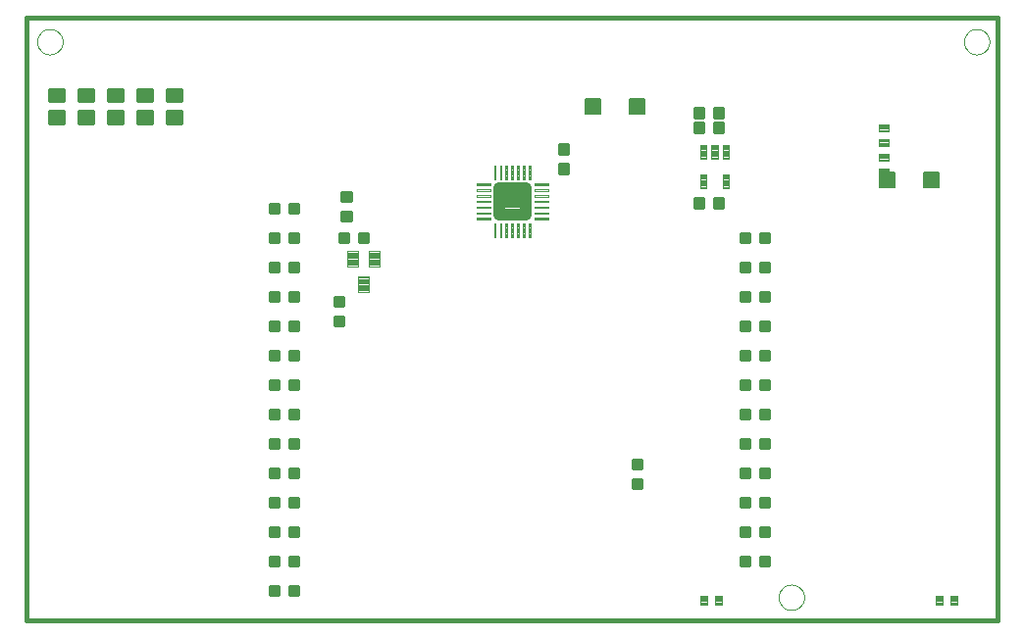
<source format=gbp>
G75*
%MOMM*%
%OFA0B0*%
%FSLAX33Y33*%
%IPPOS*%
%LPD*%
%AMOC8*
5,1,8,0,0,1.08239X$1,22.5*
%
%ADD10C,0.406*%
%ADD11C,0.000*%
%ADD12C,0.300*%
%ADD13C,0.100*%
%ADD14C,0.102*%
%ADD15C,0.140*%
%ADD16C,0.105*%
%ADD17C,0.390*%
%ADD18C,0.103*%
%ADD19C,1.056*%
D10*
X10601Y44154D02*
X10601Y96214D01*
X94421Y96224D01*
X94421Y44154D01*
X10601Y44154D01*
D11*
X11501Y94154D02*
X11503Y94220D01*
X11509Y94285D01*
X11519Y94350D01*
X11532Y94415D01*
X11550Y94478D01*
X11571Y94541D01*
X11596Y94601D01*
X11625Y94661D01*
X11657Y94718D01*
X11692Y94774D01*
X11731Y94827D01*
X11773Y94878D01*
X11817Y94926D01*
X11865Y94971D01*
X11915Y95014D01*
X11968Y95053D01*
X12023Y95090D01*
X12080Y95123D01*
X12139Y95152D01*
X12199Y95178D01*
X12261Y95200D01*
X12324Y95219D01*
X12388Y95233D01*
X12453Y95244D01*
X12519Y95251D01*
X12585Y95254D01*
X12650Y95253D01*
X12716Y95248D01*
X12781Y95239D01*
X12846Y95226D01*
X12909Y95210D01*
X12972Y95190D01*
X13033Y95165D01*
X13093Y95138D01*
X13151Y95107D01*
X13207Y95072D01*
X13261Y95034D01*
X13312Y94993D01*
X13361Y94949D01*
X13407Y94902D01*
X13451Y94853D01*
X13491Y94801D01*
X13528Y94746D01*
X13562Y94690D01*
X13592Y94631D01*
X13619Y94571D01*
X13642Y94510D01*
X13661Y94447D01*
X13677Y94383D01*
X13689Y94318D01*
X13697Y94253D01*
X13701Y94187D01*
X13701Y94121D01*
X13697Y94055D01*
X13689Y93990D01*
X13677Y93925D01*
X13661Y93861D01*
X13642Y93798D01*
X13619Y93737D01*
X13592Y93677D01*
X13562Y93618D01*
X13528Y93562D01*
X13491Y93507D01*
X13451Y93455D01*
X13407Y93406D01*
X13361Y93359D01*
X13312Y93315D01*
X13261Y93274D01*
X13207Y93236D01*
X13151Y93201D01*
X13093Y93170D01*
X13033Y93143D01*
X12972Y93118D01*
X12909Y93098D01*
X12846Y93082D01*
X12781Y93069D01*
X12716Y93060D01*
X12650Y93055D01*
X12585Y93054D01*
X12519Y93057D01*
X12453Y93064D01*
X12388Y93075D01*
X12324Y93089D01*
X12261Y93108D01*
X12199Y93130D01*
X12139Y93156D01*
X12080Y93185D01*
X12023Y93218D01*
X11968Y93255D01*
X11915Y93294D01*
X11865Y93337D01*
X11817Y93382D01*
X11773Y93430D01*
X11731Y93481D01*
X11692Y93534D01*
X11657Y93590D01*
X11625Y93647D01*
X11596Y93707D01*
X11571Y93767D01*
X11550Y93830D01*
X11532Y93893D01*
X11519Y93958D01*
X11509Y94023D01*
X11503Y94088D01*
X11501Y94154D01*
X75501Y46154D02*
X75503Y46220D01*
X75509Y46285D01*
X75519Y46350D01*
X75532Y46415D01*
X75550Y46478D01*
X75571Y46541D01*
X75596Y46601D01*
X75625Y46661D01*
X75657Y46718D01*
X75692Y46774D01*
X75731Y46827D01*
X75773Y46878D01*
X75817Y46926D01*
X75865Y46971D01*
X75915Y47014D01*
X75968Y47053D01*
X76023Y47090D01*
X76080Y47123D01*
X76139Y47152D01*
X76199Y47178D01*
X76261Y47200D01*
X76324Y47219D01*
X76388Y47233D01*
X76453Y47244D01*
X76519Y47251D01*
X76585Y47254D01*
X76650Y47253D01*
X76716Y47248D01*
X76781Y47239D01*
X76846Y47226D01*
X76909Y47210D01*
X76972Y47190D01*
X77033Y47165D01*
X77093Y47138D01*
X77151Y47107D01*
X77207Y47072D01*
X77261Y47034D01*
X77312Y46993D01*
X77361Y46949D01*
X77407Y46902D01*
X77451Y46853D01*
X77491Y46801D01*
X77528Y46746D01*
X77562Y46690D01*
X77592Y46631D01*
X77619Y46571D01*
X77642Y46510D01*
X77661Y46447D01*
X77677Y46383D01*
X77689Y46318D01*
X77697Y46253D01*
X77701Y46187D01*
X77701Y46121D01*
X77697Y46055D01*
X77689Y45990D01*
X77677Y45925D01*
X77661Y45861D01*
X77642Y45798D01*
X77619Y45737D01*
X77592Y45677D01*
X77562Y45618D01*
X77528Y45562D01*
X77491Y45507D01*
X77451Y45455D01*
X77407Y45406D01*
X77361Y45359D01*
X77312Y45315D01*
X77261Y45274D01*
X77207Y45236D01*
X77151Y45201D01*
X77093Y45170D01*
X77033Y45143D01*
X76972Y45118D01*
X76909Y45098D01*
X76846Y45082D01*
X76781Y45069D01*
X76716Y45060D01*
X76650Y45055D01*
X76585Y45054D01*
X76519Y45057D01*
X76453Y45064D01*
X76388Y45075D01*
X76324Y45089D01*
X76261Y45108D01*
X76199Y45130D01*
X76139Y45156D01*
X76080Y45185D01*
X76023Y45218D01*
X75968Y45255D01*
X75915Y45294D01*
X75865Y45337D01*
X75817Y45382D01*
X75773Y45430D01*
X75731Y45481D01*
X75692Y45534D01*
X75657Y45590D01*
X75625Y45647D01*
X75596Y45707D01*
X75571Y45767D01*
X75550Y45830D01*
X75532Y45893D01*
X75519Y45958D01*
X75509Y46023D01*
X75503Y46088D01*
X75501Y46154D01*
X91501Y94154D02*
X91503Y94220D01*
X91509Y94285D01*
X91519Y94350D01*
X91532Y94415D01*
X91550Y94478D01*
X91571Y94541D01*
X91596Y94601D01*
X91625Y94661D01*
X91657Y94718D01*
X91692Y94774D01*
X91731Y94827D01*
X91773Y94878D01*
X91817Y94926D01*
X91865Y94971D01*
X91915Y95014D01*
X91968Y95053D01*
X92023Y95090D01*
X92080Y95123D01*
X92139Y95152D01*
X92199Y95178D01*
X92261Y95200D01*
X92324Y95219D01*
X92388Y95233D01*
X92453Y95244D01*
X92519Y95251D01*
X92585Y95254D01*
X92650Y95253D01*
X92716Y95248D01*
X92781Y95239D01*
X92846Y95226D01*
X92909Y95210D01*
X92972Y95190D01*
X93033Y95165D01*
X93093Y95138D01*
X93151Y95107D01*
X93207Y95072D01*
X93261Y95034D01*
X93312Y94993D01*
X93361Y94949D01*
X93407Y94902D01*
X93451Y94853D01*
X93491Y94801D01*
X93528Y94746D01*
X93562Y94690D01*
X93592Y94631D01*
X93619Y94571D01*
X93642Y94510D01*
X93661Y94447D01*
X93677Y94383D01*
X93689Y94318D01*
X93697Y94253D01*
X93701Y94187D01*
X93701Y94121D01*
X93697Y94055D01*
X93689Y93990D01*
X93677Y93925D01*
X93661Y93861D01*
X93642Y93798D01*
X93619Y93737D01*
X93592Y93677D01*
X93562Y93618D01*
X93528Y93562D01*
X93491Y93507D01*
X93451Y93455D01*
X93407Y93406D01*
X93361Y93359D01*
X93312Y93315D01*
X93261Y93274D01*
X93207Y93236D01*
X93151Y93201D01*
X93093Y93170D01*
X93033Y93143D01*
X92972Y93118D01*
X92909Y93098D01*
X92846Y93082D01*
X92781Y93069D01*
X92716Y93060D01*
X92650Y93055D01*
X92585Y93054D01*
X92519Y93057D01*
X92453Y93064D01*
X92388Y93075D01*
X92324Y93089D01*
X92261Y93108D01*
X92199Y93130D01*
X92139Y93156D01*
X92080Y93185D01*
X92023Y93218D01*
X91968Y93255D01*
X91915Y93294D01*
X91865Y93337D01*
X91817Y93382D01*
X91773Y93430D01*
X91731Y93481D01*
X91692Y93534D01*
X91657Y93590D01*
X91625Y93647D01*
X91596Y93707D01*
X91571Y93767D01*
X91550Y93830D01*
X91532Y93893D01*
X91519Y93958D01*
X91509Y94023D01*
X91503Y94088D01*
X91501Y94154D01*
D12*
X74666Y77524D02*
X73966Y77524D01*
X74666Y77524D02*
X74666Y76824D01*
X73966Y76824D01*
X73966Y77524D01*
X73966Y77123D02*
X74666Y77123D01*
X74666Y77422D02*
X73966Y77422D01*
X72966Y77524D02*
X72266Y77524D01*
X72966Y77524D02*
X72966Y76824D01*
X72266Y76824D01*
X72266Y77524D01*
X72266Y77123D02*
X72966Y77123D01*
X72966Y77422D02*
X72266Y77422D01*
X72266Y74984D02*
X72966Y74984D01*
X72966Y74284D01*
X72266Y74284D01*
X72266Y74984D01*
X72266Y74583D02*
X72966Y74583D01*
X72966Y74882D02*
X72266Y74882D01*
X73966Y74984D02*
X74666Y74984D01*
X74666Y74284D01*
X73966Y74284D01*
X73966Y74984D01*
X73966Y74583D02*
X74666Y74583D01*
X74666Y74882D02*
X73966Y74882D01*
X73966Y72444D02*
X74666Y72444D01*
X74666Y71744D01*
X73966Y71744D01*
X73966Y72444D01*
X73966Y72043D02*
X74666Y72043D01*
X74666Y72342D02*
X73966Y72342D01*
X72966Y72444D02*
X72266Y72444D01*
X72966Y72444D02*
X72966Y71744D01*
X72266Y71744D01*
X72266Y72444D01*
X72266Y72043D02*
X72966Y72043D01*
X72966Y72342D02*
X72266Y72342D01*
X72266Y69904D02*
X72966Y69904D01*
X72966Y69204D01*
X72266Y69204D01*
X72266Y69904D01*
X72266Y69503D02*
X72966Y69503D01*
X72966Y69802D02*
X72266Y69802D01*
X73966Y69904D02*
X74666Y69904D01*
X74666Y69204D01*
X73966Y69204D01*
X73966Y69904D01*
X73966Y69503D02*
X74666Y69503D01*
X74666Y69802D02*
X73966Y69802D01*
X73966Y67364D02*
X74666Y67364D01*
X74666Y66664D01*
X73966Y66664D01*
X73966Y67364D01*
X73966Y66963D02*
X74666Y66963D01*
X74666Y67262D02*
X73966Y67262D01*
X72966Y67364D02*
X72266Y67364D01*
X72966Y67364D02*
X72966Y66664D01*
X72266Y66664D01*
X72266Y67364D01*
X72266Y66963D02*
X72966Y66963D01*
X72966Y67262D02*
X72266Y67262D01*
X72266Y64824D02*
X72966Y64824D01*
X72966Y64124D01*
X72266Y64124D01*
X72266Y64824D01*
X72266Y64423D02*
X72966Y64423D01*
X72966Y64722D02*
X72266Y64722D01*
X73966Y64824D02*
X74666Y64824D01*
X74666Y64124D01*
X73966Y64124D01*
X73966Y64824D01*
X73966Y64423D02*
X74666Y64423D01*
X74666Y64722D02*
X73966Y64722D01*
X73966Y62284D02*
X74666Y62284D01*
X74666Y61584D01*
X73966Y61584D01*
X73966Y62284D01*
X73966Y61883D02*
X74666Y61883D01*
X74666Y62182D02*
X73966Y62182D01*
X72966Y62284D02*
X72266Y62284D01*
X72966Y62284D02*
X72966Y61584D01*
X72266Y61584D01*
X72266Y62284D01*
X72266Y61883D02*
X72966Y61883D01*
X72966Y62182D02*
X72266Y62182D01*
X72266Y59744D02*
X72966Y59744D01*
X72966Y59044D01*
X72266Y59044D01*
X72266Y59744D01*
X72266Y59343D02*
X72966Y59343D01*
X72966Y59642D02*
X72266Y59642D01*
X73966Y59744D02*
X74666Y59744D01*
X74666Y59044D01*
X73966Y59044D01*
X73966Y59744D01*
X73966Y59343D02*
X74666Y59343D01*
X74666Y59642D02*
X73966Y59642D01*
X73966Y57204D02*
X74666Y57204D01*
X74666Y56504D01*
X73966Y56504D01*
X73966Y57204D01*
X73966Y56803D02*
X74666Y56803D01*
X74666Y57102D02*
X73966Y57102D01*
X72966Y57204D02*
X72266Y57204D01*
X72966Y57204D02*
X72966Y56504D01*
X72266Y56504D01*
X72266Y57204D01*
X72266Y56803D02*
X72966Y56803D01*
X72966Y57102D02*
X72266Y57102D01*
X72266Y54664D02*
X72966Y54664D01*
X72966Y53964D01*
X72266Y53964D01*
X72266Y54664D01*
X72266Y54263D02*
X72966Y54263D01*
X72966Y54562D02*
X72266Y54562D01*
X73966Y54664D02*
X74666Y54664D01*
X74666Y53964D01*
X73966Y53964D01*
X73966Y54664D01*
X73966Y54263D02*
X74666Y54263D01*
X74666Y54562D02*
X73966Y54562D01*
X73966Y52124D02*
X74666Y52124D01*
X74666Y51424D01*
X73966Y51424D01*
X73966Y52124D01*
X73966Y51723D02*
X74666Y51723D01*
X74666Y52022D02*
X73966Y52022D01*
X72966Y52124D02*
X72266Y52124D01*
X72966Y52124D02*
X72966Y51424D01*
X72266Y51424D01*
X72266Y52124D01*
X72266Y51723D02*
X72966Y51723D01*
X72966Y52022D02*
X72266Y52022D01*
X72266Y49584D02*
X72966Y49584D01*
X72966Y48884D01*
X72266Y48884D01*
X72266Y49584D01*
X72266Y49183D02*
X72966Y49183D01*
X72966Y49482D02*
X72266Y49482D01*
X73966Y49584D02*
X74666Y49584D01*
X74666Y48884D01*
X73966Y48884D01*
X73966Y49584D01*
X73966Y49183D02*
X74666Y49183D01*
X74666Y49482D02*
X73966Y49482D01*
X63671Y55571D02*
X63671Y56271D01*
X63671Y55571D02*
X62971Y55571D01*
X62971Y56271D01*
X63671Y56271D01*
X63671Y55870D02*
X62971Y55870D01*
X62971Y56169D02*
X63671Y56169D01*
X63671Y57271D02*
X63671Y57971D01*
X63671Y57271D02*
X62971Y57271D01*
X62971Y57971D01*
X63671Y57971D01*
X63671Y57570D02*
X62971Y57570D01*
X62971Y57869D02*
X63671Y57869D01*
X68298Y79840D02*
X68998Y79840D01*
X68298Y79840D02*
X68298Y80540D01*
X68998Y80540D01*
X68998Y79840D01*
X68998Y80139D02*
X68298Y80139D01*
X68298Y80438D02*
X68998Y80438D01*
X69998Y79840D02*
X70698Y79840D01*
X69998Y79840D02*
X69998Y80540D01*
X70698Y80540D01*
X70698Y79840D01*
X70698Y80139D02*
X69998Y80139D01*
X69998Y80438D02*
X70698Y80438D01*
X70698Y86349D02*
X69998Y86349D01*
X69998Y87049D01*
X70698Y87049D01*
X70698Y86349D01*
X70698Y86648D02*
X69998Y86648D01*
X69998Y86947D02*
X70698Y86947D01*
X70698Y87619D02*
X69998Y87619D01*
X69998Y88319D01*
X70698Y88319D01*
X70698Y87619D01*
X70698Y87918D02*
X69998Y87918D01*
X69998Y88217D02*
X70698Y88217D01*
X68998Y87619D02*
X68298Y87619D01*
X68298Y88319D01*
X68998Y88319D01*
X68998Y87619D01*
X68998Y87918D02*
X68298Y87918D01*
X68298Y88217D02*
X68998Y88217D01*
X68998Y86349D02*
X68298Y86349D01*
X68298Y87049D01*
X68998Y87049D01*
X68998Y86349D01*
X68998Y86648D02*
X68298Y86648D01*
X68298Y86947D02*
X68998Y86947D01*
X57306Y85200D02*
X57306Y84500D01*
X56606Y84500D01*
X56606Y85200D01*
X57306Y85200D01*
X57306Y84799D02*
X56606Y84799D01*
X56606Y85098D02*
X57306Y85098D01*
X57306Y83500D02*
X57306Y82800D01*
X56606Y82800D01*
X56606Y83500D01*
X57306Y83500D01*
X57306Y83099D02*
X56606Y83099D01*
X56606Y83398D02*
X57306Y83398D01*
X40059Y77524D02*
X39359Y77524D01*
X40059Y77524D02*
X40059Y76824D01*
X39359Y76824D01*
X39359Y77524D01*
X39359Y77123D02*
X40059Y77123D01*
X40059Y77422D02*
X39359Y77422D01*
X38359Y77524D02*
X37659Y77524D01*
X38359Y77524D02*
X38359Y76824D01*
X37659Y76824D01*
X37659Y77524D01*
X37659Y77123D02*
X38359Y77123D01*
X38359Y77422D02*
X37659Y77422D01*
X37874Y78672D02*
X37874Y79372D01*
X38574Y79372D01*
X38574Y78672D01*
X37874Y78672D01*
X37874Y78971D02*
X38574Y78971D01*
X38574Y79270D02*
X37874Y79270D01*
X37874Y80372D02*
X37874Y81072D01*
X38574Y81072D01*
X38574Y80372D01*
X37874Y80372D01*
X37874Y80671D02*
X38574Y80671D01*
X38574Y80970D02*
X37874Y80970D01*
X34026Y79364D02*
X33326Y79364D01*
X33326Y80064D01*
X34026Y80064D01*
X34026Y79364D01*
X34026Y79663D02*
X33326Y79663D01*
X33326Y79962D02*
X34026Y79962D01*
X32326Y79364D02*
X31626Y79364D01*
X31626Y80064D01*
X32326Y80064D01*
X32326Y79364D01*
X32326Y79663D02*
X31626Y79663D01*
X31626Y79962D02*
X32326Y79962D01*
X32326Y76824D02*
X31626Y76824D01*
X31626Y77524D01*
X32326Y77524D01*
X32326Y76824D01*
X32326Y77123D02*
X31626Y77123D01*
X31626Y77422D02*
X32326Y77422D01*
X33326Y76824D02*
X34026Y76824D01*
X33326Y76824D02*
X33326Y77524D01*
X34026Y77524D01*
X34026Y76824D01*
X34026Y77123D02*
X33326Y77123D01*
X33326Y77422D02*
X34026Y77422D01*
X34026Y74284D02*
X33326Y74284D01*
X33326Y74984D01*
X34026Y74984D01*
X34026Y74284D01*
X34026Y74583D02*
X33326Y74583D01*
X33326Y74882D02*
X34026Y74882D01*
X32326Y74284D02*
X31626Y74284D01*
X31626Y74984D01*
X32326Y74984D01*
X32326Y74284D01*
X32326Y74583D02*
X31626Y74583D01*
X31626Y74882D02*
X32326Y74882D01*
X32326Y71744D02*
X31626Y71744D01*
X31626Y72444D01*
X32326Y72444D01*
X32326Y71744D01*
X32326Y72043D02*
X31626Y72043D01*
X31626Y72342D02*
X32326Y72342D01*
X33326Y71744D02*
X34026Y71744D01*
X33326Y71744D02*
X33326Y72444D01*
X34026Y72444D01*
X34026Y71744D01*
X34026Y72043D02*
X33326Y72043D01*
X33326Y72342D02*
X34026Y72342D01*
X34026Y69204D02*
X33326Y69204D01*
X33326Y69904D01*
X34026Y69904D01*
X34026Y69204D01*
X34026Y69503D02*
X33326Y69503D01*
X33326Y69802D02*
X34026Y69802D01*
X32326Y69204D02*
X31626Y69204D01*
X31626Y69904D01*
X32326Y69904D01*
X32326Y69204D01*
X32326Y69503D02*
X31626Y69503D01*
X31626Y69802D02*
X32326Y69802D01*
X32326Y66664D02*
X31626Y66664D01*
X31626Y67364D01*
X32326Y67364D01*
X32326Y66664D01*
X32326Y66963D02*
X31626Y66963D01*
X31626Y67262D02*
X32326Y67262D01*
X33326Y66664D02*
X34026Y66664D01*
X33326Y66664D02*
X33326Y67364D01*
X34026Y67364D01*
X34026Y66664D01*
X34026Y66963D02*
X33326Y66963D01*
X33326Y67262D02*
X34026Y67262D01*
X34026Y64124D02*
X33326Y64124D01*
X33326Y64824D01*
X34026Y64824D01*
X34026Y64124D01*
X34026Y64423D02*
X33326Y64423D01*
X33326Y64722D02*
X34026Y64722D01*
X32326Y64124D02*
X31626Y64124D01*
X31626Y64824D01*
X32326Y64824D01*
X32326Y64124D01*
X32326Y64423D02*
X31626Y64423D01*
X31626Y64722D02*
X32326Y64722D01*
X32326Y61584D02*
X31626Y61584D01*
X31626Y62284D01*
X32326Y62284D01*
X32326Y61584D01*
X32326Y61883D02*
X31626Y61883D01*
X31626Y62182D02*
X32326Y62182D01*
X33326Y61584D02*
X34026Y61584D01*
X33326Y61584D02*
X33326Y62284D01*
X34026Y62284D01*
X34026Y61584D01*
X34026Y61883D02*
X33326Y61883D01*
X33326Y62182D02*
X34026Y62182D01*
X34026Y59044D02*
X33326Y59044D01*
X33326Y59744D01*
X34026Y59744D01*
X34026Y59044D01*
X34026Y59343D02*
X33326Y59343D01*
X33326Y59642D02*
X34026Y59642D01*
X32326Y59044D02*
X31626Y59044D01*
X31626Y59744D01*
X32326Y59744D01*
X32326Y59044D01*
X32326Y59343D02*
X31626Y59343D01*
X31626Y59642D02*
X32326Y59642D01*
X32326Y56504D02*
X31626Y56504D01*
X31626Y57204D01*
X32326Y57204D01*
X32326Y56504D01*
X32326Y56803D02*
X31626Y56803D01*
X31626Y57102D02*
X32326Y57102D01*
X33326Y56504D02*
X34026Y56504D01*
X33326Y56504D02*
X33326Y57204D01*
X34026Y57204D01*
X34026Y56504D01*
X34026Y56803D02*
X33326Y56803D01*
X33326Y57102D02*
X34026Y57102D01*
X34026Y53964D02*
X33326Y53964D01*
X33326Y54664D01*
X34026Y54664D01*
X34026Y53964D01*
X34026Y54263D02*
X33326Y54263D01*
X33326Y54562D02*
X34026Y54562D01*
X32326Y53964D02*
X31626Y53964D01*
X31626Y54664D01*
X32326Y54664D01*
X32326Y53964D01*
X32326Y54263D02*
X31626Y54263D01*
X31626Y54562D02*
X32326Y54562D01*
X32326Y51424D02*
X31626Y51424D01*
X31626Y52124D01*
X32326Y52124D01*
X32326Y51424D01*
X32326Y51723D02*
X31626Y51723D01*
X31626Y52022D02*
X32326Y52022D01*
X33326Y51424D02*
X34026Y51424D01*
X33326Y51424D02*
X33326Y52124D01*
X34026Y52124D01*
X34026Y51424D01*
X34026Y51723D02*
X33326Y51723D01*
X33326Y52022D02*
X34026Y52022D01*
X34026Y48884D02*
X33326Y48884D01*
X33326Y49584D01*
X34026Y49584D01*
X34026Y48884D01*
X34026Y49183D02*
X33326Y49183D01*
X33326Y49482D02*
X34026Y49482D01*
X32326Y48884D02*
X31626Y48884D01*
X31626Y49584D01*
X32326Y49584D01*
X32326Y48884D01*
X32326Y49183D02*
X31626Y49183D01*
X31626Y49482D02*
X32326Y49482D01*
X32326Y46344D02*
X31626Y46344D01*
X31626Y47044D01*
X32326Y47044D01*
X32326Y46344D01*
X32326Y46643D02*
X31626Y46643D01*
X31626Y46942D02*
X32326Y46942D01*
X33326Y46344D02*
X34026Y46344D01*
X33326Y46344D02*
X33326Y47044D01*
X34026Y47044D01*
X34026Y46344D01*
X34026Y46643D02*
X33326Y46643D01*
X33326Y46942D02*
X34026Y46942D01*
X37239Y69624D02*
X37239Y70324D01*
X37939Y70324D01*
X37939Y69624D01*
X37239Y69624D01*
X37239Y69923D02*
X37939Y69923D01*
X37939Y70222D02*
X37239Y70222D01*
X37239Y71324D02*
X37239Y72024D01*
X37939Y72024D01*
X37939Y71324D01*
X37239Y71324D01*
X37239Y71623D02*
X37939Y71623D01*
X37939Y71922D02*
X37239Y71922D01*
D13*
X39203Y72566D02*
X40103Y72566D01*
X39203Y72566D02*
X39203Y73866D01*
X40103Y73866D01*
X40103Y72566D01*
X40103Y72665D02*
X39203Y72665D01*
X39203Y72764D02*
X40103Y72764D01*
X40103Y72863D02*
X39203Y72863D01*
X39203Y72962D02*
X40103Y72962D01*
X40103Y73061D02*
X39203Y73061D01*
X39203Y73160D02*
X40103Y73160D01*
X40103Y73259D02*
X39203Y73259D01*
X39203Y73358D02*
X40103Y73358D01*
X40103Y73457D02*
X39203Y73457D01*
X39203Y73556D02*
X40103Y73556D01*
X40103Y73655D02*
X39203Y73655D01*
X39203Y73754D02*
X40103Y73754D01*
X40103Y73853D02*
X39203Y73853D01*
X39153Y74766D02*
X38253Y74766D01*
X38253Y76066D01*
X39153Y76066D01*
X39153Y74766D01*
X39153Y74865D02*
X38253Y74865D01*
X38253Y74964D02*
X39153Y74964D01*
X39153Y75063D02*
X38253Y75063D01*
X38253Y75162D02*
X39153Y75162D01*
X39153Y75261D02*
X38253Y75261D01*
X38253Y75360D02*
X39153Y75360D01*
X39153Y75459D02*
X38253Y75459D01*
X38253Y75558D02*
X39153Y75558D01*
X39153Y75657D02*
X38253Y75657D01*
X38253Y75756D02*
X39153Y75756D01*
X39153Y75855D02*
X38253Y75855D01*
X38253Y75954D02*
X39153Y75954D01*
X39153Y76053D02*
X38253Y76053D01*
X40153Y74766D02*
X41053Y74766D01*
X40153Y74766D02*
X40153Y76066D01*
X41053Y76066D01*
X41053Y74766D01*
X41053Y74865D02*
X40153Y74865D01*
X40153Y74964D02*
X41053Y74964D01*
X41053Y75063D02*
X40153Y75063D01*
X40153Y75162D02*
X41053Y75162D01*
X41053Y75261D02*
X40153Y75261D01*
X40153Y75360D02*
X41053Y75360D01*
X41053Y75459D02*
X40153Y75459D01*
X40153Y75558D02*
X41053Y75558D01*
X41053Y75657D02*
X40153Y75657D01*
X40153Y75756D02*
X41053Y75756D01*
X41053Y75855D02*
X40153Y75855D01*
X40153Y75954D02*
X41053Y75954D01*
X41053Y76053D02*
X40153Y76053D01*
D14*
X69290Y81511D02*
X69290Y82679D01*
X69290Y81511D02*
X68758Y81511D01*
X68758Y82679D01*
X69290Y82679D01*
X69290Y81612D02*
X68758Y81612D01*
X68758Y81713D02*
X69290Y81713D01*
X69290Y81814D02*
X68758Y81814D01*
X68758Y81915D02*
X69290Y81915D01*
X69290Y82016D02*
X68758Y82016D01*
X68758Y82117D02*
X69290Y82117D01*
X69290Y82218D02*
X68758Y82218D01*
X68758Y82319D02*
X69290Y82319D01*
X69290Y82420D02*
X68758Y82420D01*
X68758Y82521D02*
X69290Y82521D01*
X69290Y82622D02*
X68758Y82622D01*
X68758Y84051D02*
X68758Y85219D01*
X69290Y85219D01*
X69290Y84051D01*
X68758Y84051D01*
X68758Y84152D02*
X69290Y84152D01*
X69290Y84253D02*
X68758Y84253D01*
X68758Y84354D02*
X69290Y84354D01*
X69290Y84455D02*
X68758Y84455D01*
X68758Y84556D02*
X69290Y84556D01*
X69290Y84657D02*
X68758Y84657D01*
X68758Y84758D02*
X69290Y84758D01*
X69290Y84859D02*
X68758Y84859D01*
X68758Y84960D02*
X69290Y84960D01*
X69290Y85061D02*
X68758Y85061D01*
X68758Y85162D02*
X69290Y85162D01*
X69708Y85219D02*
X69708Y84051D01*
X69708Y85219D02*
X70240Y85219D01*
X70240Y84051D01*
X69708Y84051D01*
X69708Y84152D02*
X70240Y84152D01*
X70240Y84253D02*
X69708Y84253D01*
X69708Y84354D02*
X70240Y84354D01*
X70240Y84455D02*
X69708Y84455D01*
X69708Y84556D02*
X70240Y84556D01*
X70240Y84657D02*
X69708Y84657D01*
X69708Y84758D02*
X70240Y84758D01*
X70240Y84859D02*
X69708Y84859D01*
X69708Y84960D02*
X70240Y84960D01*
X70240Y85061D02*
X69708Y85061D01*
X69708Y85162D02*
X70240Y85162D01*
X70658Y85219D02*
X70658Y84051D01*
X70658Y85219D02*
X71190Y85219D01*
X71190Y84051D01*
X70658Y84051D01*
X70658Y84152D02*
X71190Y84152D01*
X71190Y84253D02*
X70658Y84253D01*
X70658Y84354D02*
X71190Y84354D01*
X71190Y84455D02*
X70658Y84455D01*
X70658Y84556D02*
X71190Y84556D01*
X71190Y84657D02*
X70658Y84657D01*
X70658Y84758D02*
X71190Y84758D01*
X71190Y84859D02*
X70658Y84859D01*
X70658Y84960D02*
X71190Y84960D01*
X71190Y85061D02*
X70658Y85061D01*
X70658Y85162D02*
X71190Y85162D01*
X71190Y82679D02*
X71190Y81511D01*
X70658Y81511D01*
X70658Y82679D01*
X71190Y82679D01*
X71190Y81612D02*
X70658Y81612D01*
X70658Y81713D02*
X71190Y81713D01*
X71190Y81814D02*
X70658Y81814D01*
X70658Y81915D02*
X71190Y81915D01*
X71190Y82016D02*
X70658Y82016D01*
X70658Y82117D02*
X71190Y82117D01*
X71190Y82218D02*
X70658Y82218D01*
X70658Y82319D02*
X71190Y82319D01*
X71190Y82420D02*
X70658Y82420D01*
X70658Y82521D02*
X71190Y82521D01*
X71190Y82622D02*
X70658Y82622D01*
D15*
X63931Y89234D02*
X62671Y89234D01*
X63931Y89234D02*
X63931Y87974D01*
X62671Y87974D01*
X62671Y89234D01*
X62671Y88113D02*
X63931Y88113D01*
X63931Y88252D02*
X62671Y88252D01*
X62671Y88391D02*
X63931Y88391D01*
X63931Y88530D02*
X62671Y88530D01*
X62671Y88669D02*
X63931Y88669D01*
X63931Y88808D02*
X62671Y88808D01*
X62671Y88947D02*
X63931Y88947D01*
X63931Y89086D02*
X62671Y89086D01*
X62671Y89225D02*
X63931Y89225D01*
X60131Y89234D02*
X58871Y89234D01*
X60131Y89234D02*
X60131Y87974D01*
X58871Y87974D01*
X58871Y89234D01*
X58871Y88113D02*
X60131Y88113D01*
X60131Y88252D02*
X58871Y88252D01*
X58871Y88391D02*
X60131Y88391D01*
X60131Y88530D02*
X58871Y88530D01*
X58871Y88669D02*
X60131Y88669D01*
X60131Y88808D02*
X58871Y88808D01*
X58871Y88947D02*
X60131Y88947D01*
X60131Y89086D02*
X58871Y89086D01*
X58871Y89225D02*
X60131Y89225D01*
X84271Y81624D02*
X85531Y81624D01*
X84271Y81624D02*
X84271Y82884D01*
X85531Y82884D01*
X85531Y81624D01*
X85531Y81763D02*
X84271Y81763D01*
X84271Y81902D02*
X85531Y81902D01*
X85531Y82041D02*
X84271Y82041D01*
X84271Y82180D02*
X85531Y82180D01*
X85531Y82319D02*
X84271Y82319D01*
X84271Y82458D02*
X85531Y82458D01*
X85531Y82597D02*
X84271Y82597D01*
X84271Y82736D02*
X85531Y82736D01*
X85531Y82875D02*
X84271Y82875D01*
X88071Y81624D02*
X89331Y81624D01*
X88071Y81624D02*
X88071Y82884D01*
X89331Y82884D01*
X89331Y81624D01*
X89331Y81763D02*
X88071Y81763D01*
X88071Y81902D02*
X89331Y81902D01*
X89331Y82041D02*
X88071Y82041D01*
X88071Y82180D02*
X89331Y82180D01*
X89331Y82319D02*
X88071Y82319D01*
X88071Y82458D02*
X89331Y82458D01*
X89331Y82597D02*
X88071Y82597D01*
X88071Y82736D02*
X89331Y82736D01*
X89331Y82875D02*
X88071Y82875D01*
D16*
X84977Y83172D02*
X84977Y82576D01*
X84181Y82576D01*
X84181Y83172D01*
X84977Y83172D01*
X84977Y82680D02*
X84181Y82680D01*
X84181Y82784D02*
X84977Y82784D01*
X84977Y82888D02*
X84181Y82888D01*
X84181Y82992D02*
X84977Y82992D01*
X84977Y83096D02*
X84181Y83096D01*
X84977Y83876D02*
X84977Y84472D01*
X84977Y83876D02*
X84181Y83876D01*
X84181Y84472D01*
X84977Y84472D01*
X84977Y83980D02*
X84181Y83980D01*
X84181Y84084D02*
X84977Y84084D01*
X84977Y84188D02*
X84181Y84188D01*
X84181Y84292D02*
X84977Y84292D01*
X84977Y84396D02*
X84181Y84396D01*
X84181Y85116D02*
X84181Y85712D01*
X84977Y85712D01*
X84977Y85116D01*
X84181Y85116D01*
X84181Y85220D02*
X84977Y85220D01*
X84977Y85324D02*
X84181Y85324D01*
X84181Y85428D02*
X84977Y85428D01*
X84977Y85532D02*
X84181Y85532D01*
X84181Y85636D02*
X84977Y85636D01*
X84181Y86416D02*
X84181Y87012D01*
X84977Y87012D01*
X84977Y86416D01*
X84181Y86416D01*
X84181Y86520D02*
X84977Y86520D01*
X84977Y86624D02*
X84181Y86624D01*
X84181Y86728D02*
X84977Y86728D01*
X84977Y86832D02*
X84181Y86832D01*
X84181Y86936D02*
X84977Y86936D01*
X89028Y46298D02*
X89624Y46298D01*
X89624Y45502D01*
X89028Y45502D01*
X89028Y46298D01*
X89028Y45606D02*
X89624Y45606D01*
X89624Y45710D02*
X89028Y45710D01*
X89028Y45814D02*
X89624Y45814D01*
X89624Y45918D02*
X89028Y45918D01*
X89028Y46022D02*
X89624Y46022D01*
X89624Y46126D02*
X89028Y46126D01*
X89028Y46230D02*
X89624Y46230D01*
X90328Y46298D02*
X90924Y46298D01*
X90924Y45502D01*
X90328Y45502D01*
X90328Y46298D01*
X90328Y45606D02*
X90924Y45606D01*
X90924Y45710D02*
X90328Y45710D01*
X90328Y45814D02*
X90924Y45814D01*
X90924Y45918D02*
X90328Y45918D01*
X90328Y46022D02*
X90924Y46022D01*
X90924Y46126D02*
X90328Y46126D01*
X90328Y46230D02*
X90924Y46230D01*
X70604Y45502D02*
X70008Y45502D01*
X70008Y46298D01*
X70604Y46298D01*
X70604Y45502D01*
X70604Y45606D02*
X70008Y45606D01*
X70008Y45710D02*
X70604Y45710D01*
X70604Y45814D02*
X70008Y45814D01*
X70008Y45918D02*
X70604Y45918D01*
X70604Y46022D02*
X70008Y46022D01*
X70008Y46126D02*
X70604Y46126D01*
X70604Y46230D02*
X70008Y46230D01*
X69304Y45502D02*
X68708Y45502D01*
X68708Y46298D01*
X69304Y46298D01*
X69304Y45502D01*
X69304Y45606D02*
X68708Y45606D01*
X68708Y45710D02*
X69304Y45710D01*
X69304Y45814D02*
X68708Y45814D01*
X68708Y45918D02*
X69304Y45918D01*
X69304Y46022D02*
X68708Y46022D01*
X68708Y46126D02*
X69304Y46126D01*
X69304Y46230D02*
X68708Y46230D01*
D17*
X23856Y87199D02*
X23856Y88109D01*
X23856Y87199D02*
X22746Y87199D01*
X22746Y88109D01*
X23856Y88109D01*
X23856Y87588D02*
X22746Y87588D01*
X22746Y87977D02*
X23856Y87977D01*
X23856Y89099D02*
X23856Y90009D01*
X23856Y89099D02*
X22746Y89099D01*
X22746Y90009D01*
X23856Y90009D01*
X23856Y89488D02*
X22746Y89488D01*
X22746Y89877D02*
X23856Y89877D01*
X21316Y90009D02*
X21316Y89099D01*
X20206Y89099D01*
X20206Y90009D01*
X21316Y90009D01*
X21316Y89488D02*
X20206Y89488D01*
X20206Y89877D02*
X21316Y89877D01*
X21316Y88109D02*
X21316Y87199D01*
X20206Y87199D01*
X20206Y88109D01*
X21316Y88109D01*
X21316Y87588D02*
X20206Y87588D01*
X20206Y87977D02*
X21316Y87977D01*
X18776Y88109D02*
X18776Y87199D01*
X17666Y87199D01*
X17666Y88109D01*
X18776Y88109D01*
X18776Y87588D02*
X17666Y87588D01*
X17666Y87977D02*
X18776Y87977D01*
X18776Y89099D02*
X18776Y90009D01*
X18776Y89099D02*
X17666Y89099D01*
X17666Y90009D01*
X18776Y90009D01*
X18776Y89488D02*
X17666Y89488D01*
X17666Y89877D02*
X18776Y89877D01*
X16236Y90009D02*
X16236Y89099D01*
X15126Y89099D01*
X15126Y90009D01*
X16236Y90009D01*
X16236Y89488D02*
X15126Y89488D01*
X15126Y89877D02*
X16236Y89877D01*
X16236Y88109D02*
X16236Y87199D01*
X15126Y87199D01*
X15126Y88109D01*
X16236Y88109D01*
X16236Y87588D02*
X15126Y87588D01*
X15126Y87977D02*
X16236Y87977D01*
X13696Y88109D02*
X13696Y87199D01*
X12586Y87199D01*
X12586Y88109D01*
X13696Y88109D01*
X13696Y87588D02*
X12586Y87588D01*
X12586Y87977D02*
X13696Y87977D01*
X13696Y89099D02*
X13696Y90009D01*
X13696Y89099D02*
X12586Y89099D01*
X12586Y90009D01*
X13696Y90009D01*
X13696Y89488D02*
X12586Y89488D01*
X12586Y89877D02*
X13696Y89877D01*
D18*
X49412Y81775D02*
X50610Y81775D01*
X49412Y81775D02*
X49412Y81923D01*
X50610Y81923D01*
X50610Y81775D01*
X50610Y81876D02*
X49412Y81876D01*
X49412Y81275D02*
X50610Y81275D01*
X49412Y81275D02*
X49412Y81423D01*
X50610Y81423D01*
X50610Y81275D01*
X50610Y81376D02*
X49412Y81376D01*
X49412Y80775D02*
X50610Y80775D01*
X49412Y80775D02*
X49412Y80923D01*
X50610Y80923D01*
X50610Y80775D01*
X50610Y80876D02*
X49412Y80876D01*
X49412Y80275D02*
X50610Y80275D01*
X49412Y80275D02*
X49412Y80423D01*
X50610Y80423D01*
X50610Y80275D01*
X50610Y80376D02*
X49412Y80376D01*
X49412Y79775D02*
X50610Y79775D01*
X49412Y79775D02*
X49412Y79923D01*
X50610Y79923D01*
X50610Y79775D01*
X50610Y79876D02*
X49412Y79876D01*
X49412Y79275D02*
X50610Y79275D01*
X49412Y79275D02*
X49412Y79423D01*
X50610Y79423D01*
X50610Y79275D01*
X50610Y79376D02*
X49412Y79376D01*
X49412Y78775D02*
X50610Y78775D01*
X49412Y78775D02*
X49412Y78923D01*
X50610Y78923D01*
X50610Y78775D01*
X50610Y78876D02*
X49412Y78876D01*
X51085Y78448D02*
X51085Y77250D01*
X50937Y77250D01*
X50937Y78448D01*
X51085Y78448D01*
X51085Y77351D02*
X50937Y77351D01*
X50937Y77452D02*
X51085Y77452D01*
X51085Y77553D02*
X50937Y77553D01*
X50937Y77654D02*
X51085Y77654D01*
X51085Y77755D02*
X50937Y77755D01*
X50937Y77856D02*
X51085Y77856D01*
X51085Y77957D02*
X50937Y77957D01*
X50937Y78058D02*
X51085Y78058D01*
X51085Y78159D02*
X50937Y78159D01*
X50937Y78260D02*
X51085Y78260D01*
X51085Y78361D02*
X50937Y78361D01*
X51585Y78448D02*
X51585Y77250D01*
X51437Y77250D01*
X51437Y78448D01*
X51585Y78448D01*
X51585Y77351D02*
X51437Y77351D01*
X51437Y77452D02*
X51585Y77452D01*
X51585Y77553D02*
X51437Y77553D01*
X51437Y77654D02*
X51585Y77654D01*
X51585Y77755D02*
X51437Y77755D01*
X51437Y77856D02*
X51585Y77856D01*
X51585Y77957D02*
X51437Y77957D01*
X51437Y78058D02*
X51585Y78058D01*
X51585Y78159D02*
X51437Y78159D01*
X51437Y78260D02*
X51585Y78260D01*
X51585Y78361D02*
X51437Y78361D01*
X52085Y78448D02*
X52085Y77250D01*
X51937Y77250D01*
X51937Y78448D01*
X52085Y78448D01*
X52085Y77351D02*
X51937Y77351D01*
X51937Y77452D02*
X52085Y77452D01*
X52085Y77553D02*
X51937Y77553D01*
X51937Y77654D02*
X52085Y77654D01*
X52085Y77755D02*
X51937Y77755D01*
X51937Y77856D02*
X52085Y77856D01*
X52085Y77957D02*
X51937Y77957D01*
X51937Y78058D02*
X52085Y78058D01*
X52085Y78159D02*
X51937Y78159D01*
X51937Y78260D02*
X52085Y78260D01*
X52085Y78361D02*
X51937Y78361D01*
X52585Y78448D02*
X52585Y77250D01*
X52437Y77250D01*
X52437Y78448D01*
X52585Y78448D01*
X52585Y77351D02*
X52437Y77351D01*
X52437Y77452D02*
X52585Y77452D01*
X52585Y77553D02*
X52437Y77553D01*
X52437Y77654D02*
X52585Y77654D01*
X52585Y77755D02*
X52437Y77755D01*
X52437Y77856D02*
X52585Y77856D01*
X52585Y77957D02*
X52437Y77957D01*
X52437Y78058D02*
X52585Y78058D01*
X52585Y78159D02*
X52437Y78159D01*
X52437Y78260D02*
X52585Y78260D01*
X52585Y78361D02*
X52437Y78361D01*
X53085Y78448D02*
X53085Y77250D01*
X52937Y77250D01*
X52937Y78448D01*
X53085Y78448D01*
X53085Y77351D02*
X52937Y77351D01*
X52937Y77452D02*
X53085Y77452D01*
X53085Y77553D02*
X52937Y77553D01*
X52937Y77654D02*
X53085Y77654D01*
X53085Y77755D02*
X52937Y77755D01*
X52937Y77856D02*
X53085Y77856D01*
X53085Y77957D02*
X52937Y77957D01*
X52937Y78058D02*
X53085Y78058D01*
X53085Y78159D02*
X52937Y78159D01*
X52937Y78260D02*
X53085Y78260D01*
X53085Y78361D02*
X52937Y78361D01*
X53585Y78448D02*
X53585Y77250D01*
X53437Y77250D01*
X53437Y78448D01*
X53585Y78448D01*
X53585Y77351D02*
X53437Y77351D01*
X53437Y77452D02*
X53585Y77452D01*
X53585Y77553D02*
X53437Y77553D01*
X53437Y77654D02*
X53585Y77654D01*
X53585Y77755D02*
X53437Y77755D01*
X53437Y77856D02*
X53585Y77856D01*
X53585Y77957D02*
X53437Y77957D01*
X53437Y78058D02*
X53585Y78058D01*
X53585Y78159D02*
X53437Y78159D01*
X53437Y78260D02*
X53585Y78260D01*
X53585Y78361D02*
X53437Y78361D01*
X54085Y78448D02*
X54085Y77250D01*
X53937Y77250D01*
X53937Y78448D01*
X54085Y78448D01*
X54085Y77351D02*
X53937Y77351D01*
X53937Y77452D02*
X54085Y77452D01*
X54085Y77553D02*
X53937Y77553D01*
X53937Y77654D02*
X54085Y77654D01*
X54085Y77755D02*
X53937Y77755D01*
X53937Y77856D02*
X54085Y77856D01*
X54085Y77957D02*
X53937Y77957D01*
X53937Y78058D02*
X54085Y78058D01*
X54085Y78159D02*
X53937Y78159D01*
X53937Y78260D02*
X54085Y78260D01*
X54085Y78361D02*
X53937Y78361D01*
X54412Y78923D02*
X55610Y78923D01*
X55610Y78775D01*
X54412Y78775D01*
X54412Y78923D01*
X54412Y78876D02*
X55610Y78876D01*
X55610Y79423D02*
X54412Y79423D01*
X55610Y79423D02*
X55610Y79275D01*
X54412Y79275D01*
X54412Y79423D01*
X54412Y79376D02*
X55610Y79376D01*
X55610Y79923D02*
X54412Y79923D01*
X55610Y79923D02*
X55610Y79775D01*
X54412Y79775D01*
X54412Y79923D01*
X54412Y79876D02*
X55610Y79876D01*
X55610Y80423D02*
X54412Y80423D01*
X55610Y80423D02*
X55610Y80275D01*
X54412Y80275D01*
X54412Y80423D01*
X54412Y80376D02*
X55610Y80376D01*
X55610Y80923D02*
X54412Y80923D01*
X55610Y80923D02*
X55610Y80775D01*
X54412Y80775D01*
X54412Y80923D01*
X54412Y80876D02*
X55610Y80876D01*
X55610Y81423D02*
X54412Y81423D01*
X55610Y81423D02*
X55610Y81275D01*
X54412Y81275D01*
X54412Y81423D01*
X54412Y81376D02*
X55610Y81376D01*
X55610Y81923D02*
X54412Y81923D01*
X55610Y81923D02*
X55610Y81775D01*
X54412Y81775D01*
X54412Y81923D01*
X54412Y81876D02*
X55610Y81876D01*
X53937Y82250D02*
X53937Y83448D01*
X54085Y83448D01*
X54085Y82250D01*
X53937Y82250D01*
X53937Y82351D02*
X54085Y82351D01*
X54085Y82452D02*
X53937Y82452D01*
X53937Y82553D02*
X54085Y82553D01*
X54085Y82654D02*
X53937Y82654D01*
X53937Y82755D02*
X54085Y82755D01*
X54085Y82856D02*
X53937Y82856D01*
X53937Y82957D02*
X54085Y82957D01*
X54085Y83058D02*
X53937Y83058D01*
X53937Y83159D02*
X54085Y83159D01*
X54085Y83260D02*
X53937Y83260D01*
X53937Y83361D02*
X54085Y83361D01*
X53437Y83448D02*
X53437Y82250D01*
X53437Y83448D02*
X53585Y83448D01*
X53585Y82250D01*
X53437Y82250D01*
X53437Y82351D02*
X53585Y82351D01*
X53585Y82452D02*
X53437Y82452D01*
X53437Y82553D02*
X53585Y82553D01*
X53585Y82654D02*
X53437Y82654D01*
X53437Y82755D02*
X53585Y82755D01*
X53585Y82856D02*
X53437Y82856D01*
X53437Y82957D02*
X53585Y82957D01*
X53585Y83058D02*
X53437Y83058D01*
X53437Y83159D02*
X53585Y83159D01*
X53585Y83260D02*
X53437Y83260D01*
X53437Y83361D02*
X53585Y83361D01*
X52937Y83448D02*
X52937Y82250D01*
X52937Y83448D02*
X53085Y83448D01*
X53085Y82250D01*
X52937Y82250D01*
X52937Y82351D02*
X53085Y82351D01*
X53085Y82452D02*
X52937Y82452D01*
X52937Y82553D02*
X53085Y82553D01*
X53085Y82654D02*
X52937Y82654D01*
X52937Y82755D02*
X53085Y82755D01*
X53085Y82856D02*
X52937Y82856D01*
X52937Y82957D02*
X53085Y82957D01*
X53085Y83058D02*
X52937Y83058D01*
X52937Y83159D02*
X53085Y83159D01*
X53085Y83260D02*
X52937Y83260D01*
X52937Y83361D02*
X53085Y83361D01*
X52437Y83448D02*
X52437Y82250D01*
X52437Y83448D02*
X52585Y83448D01*
X52585Y82250D01*
X52437Y82250D01*
X52437Y82351D02*
X52585Y82351D01*
X52585Y82452D02*
X52437Y82452D01*
X52437Y82553D02*
X52585Y82553D01*
X52585Y82654D02*
X52437Y82654D01*
X52437Y82755D02*
X52585Y82755D01*
X52585Y82856D02*
X52437Y82856D01*
X52437Y82957D02*
X52585Y82957D01*
X52585Y83058D02*
X52437Y83058D01*
X52437Y83159D02*
X52585Y83159D01*
X52585Y83260D02*
X52437Y83260D01*
X52437Y83361D02*
X52585Y83361D01*
X51937Y83448D02*
X51937Y82250D01*
X51937Y83448D02*
X52085Y83448D01*
X52085Y82250D01*
X51937Y82250D01*
X51937Y82351D02*
X52085Y82351D01*
X52085Y82452D02*
X51937Y82452D01*
X51937Y82553D02*
X52085Y82553D01*
X52085Y82654D02*
X51937Y82654D01*
X51937Y82755D02*
X52085Y82755D01*
X52085Y82856D02*
X51937Y82856D01*
X51937Y82957D02*
X52085Y82957D01*
X52085Y83058D02*
X51937Y83058D01*
X51937Y83159D02*
X52085Y83159D01*
X52085Y83260D02*
X51937Y83260D01*
X51937Y83361D02*
X52085Y83361D01*
X51437Y83448D02*
X51437Y82250D01*
X51437Y83448D02*
X51585Y83448D01*
X51585Y82250D01*
X51437Y82250D01*
X51437Y82351D02*
X51585Y82351D01*
X51585Y82452D02*
X51437Y82452D01*
X51437Y82553D02*
X51585Y82553D01*
X51585Y82654D02*
X51437Y82654D01*
X51437Y82755D02*
X51585Y82755D01*
X51585Y82856D02*
X51437Y82856D01*
X51437Y82957D02*
X51585Y82957D01*
X51585Y83058D02*
X51437Y83058D01*
X51437Y83159D02*
X51585Y83159D01*
X51585Y83260D02*
X51437Y83260D01*
X51437Y83361D02*
X51585Y83361D01*
X50937Y83448D02*
X50937Y82250D01*
X50937Y83448D02*
X51085Y83448D01*
X51085Y82250D01*
X50937Y82250D01*
X50937Y82351D02*
X51085Y82351D01*
X51085Y82452D02*
X50937Y82452D01*
X50937Y82553D02*
X51085Y82553D01*
X51085Y82654D02*
X50937Y82654D01*
X50937Y82755D02*
X51085Y82755D01*
X51085Y82856D02*
X50937Y82856D01*
X50937Y82957D02*
X51085Y82957D01*
X51085Y83058D02*
X50937Y83058D01*
X50937Y83159D02*
X51085Y83159D01*
X51085Y83260D02*
X50937Y83260D01*
X50937Y83361D02*
X51085Y83361D01*
D19*
X51389Y81471D02*
X51389Y79227D01*
X51389Y81471D02*
X53633Y81471D01*
X53633Y79227D01*
X51389Y79227D01*
X51389Y80282D02*
X53633Y80282D01*
X53633Y81337D02*
X51389Y81337D01*
M02*

</source>
